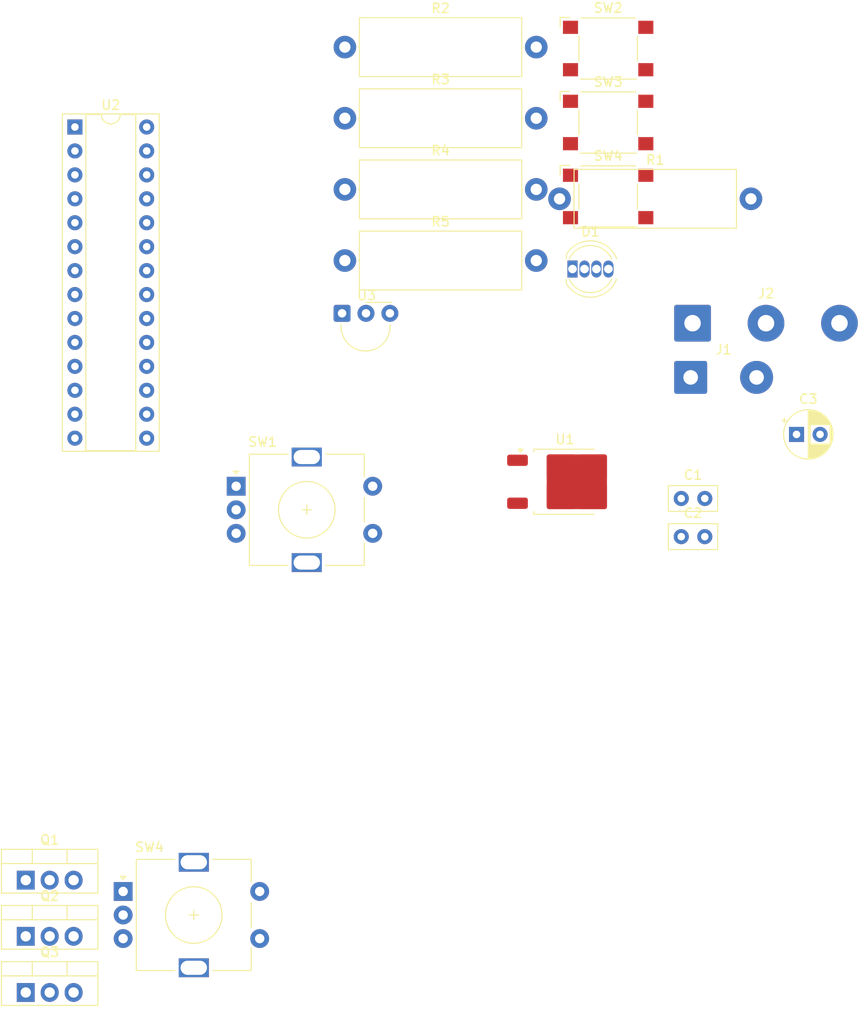
<source format=kicad_pcb>
(kicad_pcb (version 20240108) (generator "pcbnew") (generator_version "8.0")
  (layers (0 "F.Cu" signal) (31 "B.Cu" signal) (34 "B.Paste" user) (35 "F.Paste" user) (36 "B.SilkS" user "B.Silkscreen") (37 "F.SilkS" user "F.Silkscreen") (38 "B.Mask" user) (39 "F.Mask" user) (44 "Edge.Cuts" user))
  (net 0 "")
  (net 1 "+12V")
  (net 2 "GND")
  (net 3 "+5V")
  (net 4 "Net-(J2-Pin_2)")
  (net 5 "Net-(J2-Pin_3)")
  (net 6 "Net-(J2-Pin_1)")
  (net 7 "Net-(U2-~{RESET}{slash}PC6)")
  (net 18 "Net-(U2-XTAL1{slash}PB6)")
  (net 21 "Net-(U2-XTAL2{slash}PB7)")
  (net 37 "Net-(R2-Pad2)")
  (net 41 "Net-(R3-Pad1)")
  (net 42 "Net-(U2-PC0)")
  (net 43 "Net-(Q1-G)")
  (net 44 "Net-(Q2-G)")
  (net 45 "Net-(Q3-G)")
  (footprint "Resistor_THT:R_Axial_DIN0617_L17.0mm_D6.0mm_P20.32mm_Horizontal" (layer "F.Cu") (at 91.045 58.95)
    (property "Reference" "R3" (at 10.16 -4.12 0) (layer "F.SilkS"))
    (property "Value" "10k")
    (fp_line (start 1.44 0) (end 1.54 0) (stroke (width 0.12)) (layer "F.SilkS"))
    (fp_line (start 1.54 -3.12) (end 1.54 3.12) (stroke (width 0.12)) (layer "F.SilkS"))
    (fp_line (start 1.54 3.12) (end 18.78 3.12) (stroke (width 0.12)) (layer "F.SilkS"))
    (fp_line (start 18.78 -3.12) (end 1.54 -3.12) (stroke (width 0.12)) (layer "F.SilkS"))
    (fp_line (start 18.78 3.12) (end 18.78 -3.12) (stroke (width 0.12)) (layer "F.SilkS"))
    (fp_line (start 18.88 0) (end 18.78 0) (stroke (width 0.12)) (layer "F.SilkS"))
    (pad "1" thru_hole circle (at 0 0) (size 2.4 2.4) (drill 1.2) (layers "*.Cu" "*.Mask") (net 42 "Net-(U2-PC0)"))
    (pad "2" thru_hole oval (at 20.32 0) (size 2.4 2.4) (drill 1.2) (layers "*.Cu" "*.Mask") (net 2 "GND"))
  )
  (footprint "Package_TO_SOT_THT:TO-220-3_Vertical" (layer "F.Cu") (at 57.16 139.8)
    (property "Reference" "Q1" (at 2.54 -4.27 0) (layer "F.SilkS"))
    (property "Value" "IRF740")
    (fp_line (start -2.58 -3.27) (end -2.58 1.371) (stroke (width 0.12)) (layer "F.SilkS"))
    (fp_line (start -2.58 -3.27) (end 7.66 -3.27) (stroke (width 0.12)) (layer "F.SilkS"))
    (fp_line (start -2.58 -1.76) (end 7.66 -1.76) (stroke (width 0.12)) (layer "F.SilkS"))
    (fp_line (start -2.58 1.371) (end 7.66 1.371) (stroke (width 0.12)) (layer "F.SilkS"))
    (fp_line (start 0.69 -3.27) (end 0.69 -1.76) (stroke (width 0.12)) (layer "F.SilkS"))
    (fp_line (start 4.391 -3.27) (end 4.391 -1.76) (stroke (width 0.12)) (layer "F.SilkS"))
    (fp_line (start 7.66 -3.27) (end 7.66 1.371) (stroke (width 0.12)) (layer "F.SilkS"))
    (pad "1" thru_hole rect (at 0 0) (size 1.905 2) (drill 1.1) (layers "*.Cu" "*.Mask") (net 43 "Net-(Q1-G)"))
    (pad "2" thru_hole oval (at 2.54 0) (size 1.905 2) (drill 1.1) (layers "*.Cu" "*.Mask") (net 5 "Net-(J2-Pin_3)"))
    (pad "3" thru_hole oval (at 5.08 0) (size 1.905 2) (drill 1.1) (layers "*.Cu" "*.Mask") (net 2 "GND"))
  )
  (footprint "Capacitor_THT:C_Disc_D5.0mm_W2.5mm_P2.50mm" (layer "F.Cu") (at 126.760225 103.35)
    (property "Reference" "C2" (at 1.25 -2.5 0) (layer "F.SilkS"))
    (property "Value" "0.1uF")
    (fp_line (start -1.37 -1.37) (end -1.37 1.37) (stroke (width 0.12)) (layer "F.SilkS"))
    (fp_line (start -1.37 -1.37) (end 3.87 -1.37) (stroke (width 0.12)) (layer "F.SilkS"))
    (fp_line (start -1.37 1.37) (end 3.87 1.37) (stroke (width 0.12)) (layer "F.SilkS"))
    (fp_line (start 3.87 -1.37) (end 3.87 1.37) (stroke (width 0.12)) (layer "F.SilkS"))
    (pad "1" thru_hole circle (at 0 0) (size 1.6 1.6) (drill 0.8) (layers "*.Cu" "*.Mask") (net 3 "+5V"))
    (pad "2" thru_hole circle (at 2.5 0) (size 1.6 1.6) (drill 0.8) (layers "*.Cu" "*.Mask") (net 2 "GND"))
  )
  (footprint "Capacitor_THT:C_Disc_D5.0mm_W2.5mm_P2.50mm" (layer "F.Cu") (at 126.760225 99.3)
    (property "Reference" "C1" (at 1.25 -2.5 0) (layer "F.SilkS"))
    (property "Value" "0.33uF")
    (fp_line (start -1.37 -1.37) (end -1.37 1.37) (stroke (width 0.12)) (layer "F.SilkS"))
    (fp_line (start -1.37 -1.37) (end 3.87 -1.37) (stroke (width 0.12)) (layer "F.SilkS"))
    (fp_line (start -1.37 1.37) (end 3.87 1.37) (stroke (width 0.12)) (layer "F.SilkS"))
    (fp_line (start 3.87 -1.37) (end 3.87 1.37) (stroke (width 0.12)) (layer "F.SilkS"))
    (pad "1" thru_hole circle (at 0 0) (size 1.6 1.6) (drill 0.8) (layers "*.Cu" "*.Mask") (net 1 "+12V"))
    (pad "2" thru_hole circle (at 2.5 0) (size 1.6 1.6) (drill 0.8) (layers "*.Cu" "*.Mask") (net 2 "GND"))
  )
  (footprint "Package_TO_SOT_THT:TO-220-3_Vertical" (layer "F.Cu") (at 57.16 145.76)
    (property "Reference" "Q2" (at 2.54 -4.27 0) (layer "F.SilkS"))
    (property "Value" "IRF740")
    (fp_line (start -2.58 -3.27) (end -2.58 1.371) (stroke (width 0.12)) (layer "F.SilkS"))
    (fp_line (start -2.58 -3.27) (end 7.66 -3.27) (stroke (width 0.12)) (layer "F.SilkS"))
    (fp_line (start -2.58 -1.76) (end 7.66 -1.76) (stroke (width 0.12)) (layer "F.SilkS"))
    (fp_line (start -2.58 1.371) (end 7.66 1.371) (stroke (width 0.12)) (layer "F.SilkS"))
    (fp_line (start 0.69 -3.27) (end 0.69 -1.76) (stroke (width 0.12)) (layer "F.SilkS"))
    (fp_line (start 4.391 -3.27) (end 4.391 -1.76) (stroke (width 0.12)) (layer "F.SilkS"))
    (fp_line (start 7.66 -3.27) (end 7.66 1.371) (stroke (width 0.12)) (layer "F.SilkS"))
    (pad "1" thru_hole rect (at 0 0) (size 1.905 2) (drill 1.1) (layers "*.Cu" "*.Mask") (net 44 "Net-(Q2-G)"))
    (pad "2" thru_hole oval (at 2.54 0) (size 1.905 2) (drill 1.1) (layers "*.Cu" "*.Mask") (net 4 "Net-(J2-Pin_2)"))
    (pad "3" thru_hole oval (at 5.08 0) (size 1.905 2) (drill 1.1) (layers "*.Cu" "*.Mask") (net 2 "GND"))
  )
  (footprint "Button_Switch_SMD:SW_SPST_Omron_B3FS-100xP" (layer "F.Cu") (at 119 67.25)
    (property "Reference" "SW4" (at 0 -4.3 0) (layer "F.SilkS"))
    (property "Value" "SW_Omron_B3FS")
    (fp_line (start -5.1 -3.3) (end -4.1 -3.3) (stroke (width 0.12)) (layer "F.SilkS"))
    (fp_line (start -5.1 -2.3) (end -5.1 -3.3) (stroke (width 0.12)) (layer "F.SilkS"))
    (fp_line (start -3.1 -1.3) (end -3.1 1.3) (stroke (width 0.12)) (layer "F.SilkS"))
    (fp_line (start 2.9 -3.25) (end -2.9 -3.25) (stroke (width 0.12)) (layer "F.SilkS"))
    (fp_line (start 3 3.25) (end -3 3.25) (stroke (width 0.12)) (layer "F.SilkS"))
    (fp_line (start 3.1 -1.3) (end 3.1 1.3) (stroke (width 0.12)) (layer "F.SilkS"))
    (pad "1" smd rect (at -4 -2.25 180) (size 1.6 1.4) (layers "F.Cu" "F.Paste" "F.Mask") (net 3 "+5V"))
    (pad "1" smd rect (at 4 -2.25 180) (size 1.6 1.4) (layers "F.Cu" "F.Paste" "F.Mask") (net 3 "+5V"))
    (pad "2" smd rect (at -4 2.25 180) (size 1.6 1.4) (layers "F.Cu" "F.Paste" "F.Mask") (net 41 "Net-(R3-Pad1)"))
    (pad "2" smd rect (at 4 2.25 180) (size 1.6 1.4) (layers "F.Cu" "F.Paste" "F.Mask") (net 41 "Net-(R3-Pad1)"))
  )
  (footprint "Resistor_THT:R_Axial_DIN0617_L17.0mm_D6.0mm_P20.32mm_Horizontal" (layer "F.Cu") (at 113.84 67.5)
    (property "Reference" "R1" (at 10.16 -4.12 0) (layer "F.SilkS"))
    (property "Value" "10k")
    (fp_line (start 1.44 0) (end 1.54 0) (stroke (width 0.12)) (layer "F.SilkS"))
    (fp_line (start 1.54 -3.12) (end 1.54 3.12) (stroke (width 0.12)) (layer "F.SilkS"))
    (fp_line (start 1.54 3.12) (end 18.78 3.12) (stroke (width 0.12)) (layer "F.SilkS"))
    (fp_line (start 18.78 -3.12) (end 1.54 -3.12) (stroke (width 0.12)) (layer "F.SilkS"))
    (fp_line (start 18.78 3.12) (end 18.78 -3.12) (stroke (width 0.12)) (layer "F.SilkS"))
    (fp_line (start 18.88 0) (end 18.78 0) (stroke (width 0.12)) (layer "F.SilkS"))
    (pad "1" thru_hole circle (at 0 0) (size 2.4 2.4) (drill 1.2) (layers "*.Cu" "*.Mask") (net 3 "+5V"))
    (pad "2" thru_hole oval (at 20.32 0) (size 2.4 2.4) (drill 1.2) (layers "*.Cu" "*.Mask") (net 7 "Net-(U2-~{RESET}{slash}PC6)"))
  )
  (footprint "OptoDevice:Vishay_MINIMOLD-3Pin" (layer "F.Cu") (at 90.745 79.65)
    (property "Reference" "U3" (at 2.6 -1.9 180) (layer "F.SilkS"))
    (property "Value" "TSOP21xx")
    (fp_line (start -0.1 1.4) (end -0.1 1.2) (stroke (width 0.12)) (layer "F.SilkS"))
    (fp_line (start 5.1 1.4) (end 5.1 1.2) (stroke (width 0.12)) (layer "F.SilkS"))
    (fp_line (start 5.3 -1.16) (end 2.54 -1.16) (stroke (width 0.12)) (layer "F.SilkS"))
    (fp_arc (start 5.1 1.4) (mid 2.5 4) (end -0.1 1.4) (stroke (width 0.12)) (layer "F.SilkS"))
    (pad "1" thru_hole roundrect (at 0 0) (size 1.8 1.8) (drill 0.9) (layers "*.Cu" "*.Mask") (roundrect_rratio 0.139))
    (pad "2" thru_hole circle (at 2.54 0) (size 1.8 1.8) (drill 0.9) (layers "*.Cu" "*.Mask"))
    (pad "3" thru_hole circle (at 5.08 0) (size 1.8 1.8) (drill 0.9) (layers "*.Cu" "*.Mask"))
  )
  (footprint "Rotary_Encoder:RotaryEncoder_Alps_EC11E-Switch_Vertical_H20mm" (layer "F.Cu") (at 67.5 141)
    (property "Reference" "SW4" (at 2.8 -4.7 0) (layer "F.SilkS"))
    (property "Value" "RotaryEncoder_Switch_MP")
    (fp_line (start -0.3 -1.6) (end 0.3 -1.6) (stroke (width 0.12)) (layer "F.SilkS"))
    (fp_line (start 0 -1.3) (end -0.3 -1.6) (stroke (width 0.12)) (layer "F.SilkS"))
    (fp_line (start 0.3 -1.6) (end 0 -1.3) (stroke (width 0.12)) (layer "F.SilkS"))
    (fp_line (start 1.4 -3.4) (end 1.4 8.4) (stroke (width 0.12)) (layer "F.SilkS"))
    (fp_line (start 5.5 -3.4) (end 1.4 -3.4) (stroke (width 0.12)) (layer "F.SilkS"))
    (fp_line (start 5.5 8.4) (end 1.4 8.4) (stroke (width 0.12)) (layer "F.SilkS"))
    (fp_line (start 7 2.5) (end 8 2.5) (stroke (width 0.12)) (layer "F.SilkS"))
    (fp_line (start 7.5 2) (end 7.5 3) (stroke (width 0.12)) (layer "F.SilkS"))
    (fp_line (start 9.5 -3.4) (end 13.6 -3.4) (stroke (width 0.12)) (layer "F.SilkS"))
    (fp_line (start 13.6 -3.4) (end 13.6 -1) (stroke (width 0.12)) (layer "F.SilkS"))
    (fp_line (start 13.6 1.2) (end 13.6 3.8) (stroke (width 0.12)) (layer "F.SilkS"))
    (fp_line (start 13.6 6) (end 13.6 8.4) (stroke (width 0.12)) (layer "F.SilkS"))
    (fp_line (start 13.6 8.4) (end 9.5 8.4) (stroke (width 0.12)) (layer "F.SilkS"))
    (fp_circle (center 7.5 2.5) (end 10.5 2.5) (stroke (width 0.12)) (fill none) (layer "F.SilkS"))
    (pad "A" thru_hole rect (at 0 0) (size 2 2) (drill 1) (layers "*.Cu" "*.Mask"))
    (pad "B" thru_hole circle (at 0 5) (size 2 2) (drill 1) (layers "*.Cu" "*.Mask"))
    (pad "C" thru_hole circle (at 0 2.5) (size 2 2) (drill 1) (layers "*.Cu" "*.Mask"))
    (pad "MP" thru_hole rect (at 7.5 -3.1) (size 3.2 2) (drill oval 2.8 1.5) (layers "*.Cu" "*.Mask"))
    (pad "MP" thru_hole rect (at 7.5 8.1) (size 3.2 2) (drill oval 2.8 1.5) (layers "*.Cu" "*.Mask"))
    (pad "S1" thru_hole circle (at 14.5 5) (size 2 2) (drill 1) (layers "*.Cu" "*.Mask"))
    (pad "S2" thru_hole circle (at 14.5 0) (size 2 2) (drill 1) (layers "*.Cu" "*.Mask"))
  )
  (footprint "Resistor_THT:R_Axial_DIN0617_L17.0mm_D6.0mm_P20.32mm_Horizontal" (layer "F.Cu") (at 91.045 51.4)
    (property "Reference" "R2" (at 10.16 -4.12 0) (layer "F.SilkS"))
    (property "Value" "10k")
    (fp_line (start 1.44 0) (end 1.54 0) (stroke (width 0.12)) (layer "F.SilkS"))
    (fp_line (start 1.54 -3.12) (end 1.54 3.12) (stroke (width 0.12)) (layer "F.SilkS"))
    (fp_line (start 1.54 3.12) (end 18.78 3.12) (stroke (width 0.12)) (layer "F.SilkS"))
    (fp_line (start 18.78 -3.12) (end 1.54 -3.12) (stroke (width 0.12)) (layer "F.SilkS"))
    (fp_line (start 18.78 3.12) (end 18.78 -3.12) (stroke (width 0.12)) (layer "F.SilkS"))
    (fp_line (start 18.88 0) (end 18.78 0) (stroke (width 0.12)) (layer "F.SilkS"))
    (pad "1" thru_hole circle (at 0 0) (size 2.4 2.4) (drill 1.2) (layers "*.Cu" "*.Mask") (net 3 "+5V"))
    (pad "2" thru_hole oval (at 20.32 0) (size 2.4 2.4) (drill 1.2) (layers "*.Cu" "*.Mask") (net 37 "Net-(R2-Pad2)"))
  )
  (footprint "Button_Switch_SMD:SW_SPST_Omron_B3FS-100xP" (layer "F.Cu") (at 119 51.55)
    (property "Reference" "SW2" (at 0 -4.3 0) (layer "F.SilkS"))
    (property "Value" "SW_Omron_B3FS")
    (fp_line (start -5.1 -3.3) (end -4.1 -3.3) (stroke (width 0.12)) (layer "F.SilkS"))
    (fp_line (start -5.1 -2.3) (end -5.1 -3.3) (stroke (width 0.12)) (layer "F.SilkS"))
    (fp_line (start -3.1 -1.3) (end -3.1 1.3) (stroke (width 0.12)) (layer "F.SilkS"))
    (fp_line (start 2.9 -3.25) (end -2.9 -3.25) (stroke (width 0.12)) (layer "F.SilkS"))
    (fp_line (start 3 3.25) (end -3 3.25) (stroke (width 0.12)) (layer "F.SilkS"))
    (fp_line (start 3.1 -1.3) (end 3.1 1.3) (stroke (width 0.12)) (layer "F.SilkS"))
    (pad "1" smd rect (at -4 -2.25 180) (size 1.6 1.4) (layers "F.Cu" "F.Paste" "F.Mask") (net 3 "+5V"))
    (pad "1" smd rect (at 4 -2.25 180) (size 1.6 1.4) (layers "F.Cu" "F.Paste" "F.Mask") (net 3 "+5V"))
    (pad "2" smd rect (at -4 2.25 180) (size 1.6 1.4) (layers "F.Cu" "F.Paste" "F.Mask") (net 42 "Net-(U2-PC0)"))
    (pad "2" smd rect (at 4 2.25 180) (size 1.6 1.4) (layers "F.Cu" "F.Paste" "F.Mask") (net 42 "Net-(U2-PC0)"))
  )
  (footprint "Resistor_THT:R_Axial_DIN0617_L17.0mm_D6.0mm_P20.32mm_Horizontal" (layer "F.Cu") (at 91.045 66.5)
    (property "Reference" "R4" (at 10.16 -4.12 0) (layer "F.SilkS"))
    (property "Value" "6,8k")
    (fp_line (start 1.44 0) (end 1.54 0) (stroke (width 0.12)) (layer "F.SilkS"))
    (fp_line (start 1.54 -3.12) (end 1.54 3.12) (stroke (width 0.12)) (layer "F.SilkS"))
    (fp_line (start 1.54 3.12) (end 18.78 3.12) (stroke (width 0.12)) (layer "F.SilkS"))
    (fp_line (start 18.78 -3.12) (end 1.54 -3.12) (stroke (width 0.12)) (layer "F.SilkS"))
    (fp_line (start 18.78 3.12) (end 18.78 -3.12) (stroke (width 0.12)) (layer "F.SilkS"))
    (fp_line (start 18.88 0) (end 18.78 0) (stroke (width 0.12)) (layer "F.SilkS"))
    (pad "1" thru_hole circle (at 0 0) (size 2.4 2.4) (drill 1.2) (layers "*.Cu" "*.Mask") (net 3 "+5V"))
    (pad "2" thru_hole oval (at 20.32 0) (size 2.4 2.4) (drill 1.2) (layers "*.Cu" "*.Mask") (net 42 "Net-(U2-PC0)"))
  )
  (footprint "Resistor_THT:R_Axial_DIN0617_L17.0mm_D6.0mm_P20.32mm_Horizontal" (layer "F.Cu") (at 91.045 74.05)
    (property "Reference" "R5" (at 10.16 -4.12 0) (layer "F.SilkS"))
    (property "Value" "39k")
    (fp_line (start 1.44 0) (end 1.54 0) (stroke (width 0.12)) (layer "F.SilkS"))
    (fp_line (start 1.54 -3.12) (end 1.54 3.12) (stroke (width 0.12)) (layer "F.SilkS"))
    (fp_line (start 1.54 3.12) (end 18.78 3.12) (stroke (width 0.12)) (layer "F.SilkS"))
    (fp_line (start 18.78 -3.12) (end 1.54 -3.12) (stroke (width 0.12)) (layer "F.SilkS"))
    (fp_line (start 18.78 3.12) (end 18.78 -3.12) (stroke (width 0.12)) (layer "F.SilkS"))
    (fp_line (start 18.88 0) (end 18.78 0) (stroke (width 0.12)) (layer "F.SilkS"))
    (pad "1" thru_hole circle (at 0 0) (size 2.4 2.4) (drill 1.2) (layers "*.Cu" "*.Mask") (net 3 "+5V"))
    (pad "2" thru_hole oval (at 20.32 0) (size 2.4 2.4) (drill 1.2) (layers "*.Cu" "*.Mask") (net 41 "Net-(R3-Pad1)"))
  )
  (footprint "Button_Switch_SMD:SW_SPST_Omron_B3FS-100xP" (layer "F.Cu") (at 119 59.4)
    (property "Reference" "SW3" (at 0 -4.3 0) (layer "F.SilkS"))
    (property "Value" "SW_Omron_B3FS")
    (fp_line (start -5.1 -3.3) (end -4.1 -3.3) (stroke (width 0.12)) (layer "F.SilkS"))
    (fp_line (start -5.1 -2.3) (end -5.1 -3.3) (stroke (width 0.12)) (layer "F.SilkS"))
    (fp_line (start -3.1 -1.3) (end -3.1 1.3) (stroke (width 0.12)) (layer "F.SilkS"))
    (fp_line (start 2.9 -3.25) (end -2.9 -3.25) (stroke (width 0.12)) (layer "F.SilkS"))
    (fp_line (start 3 3.25) (end -3 3.25) (stroke (width 0.12)) (layer "F.SilkS"))
    (fp_line (start 3.1 -1.3) (end 3.1 1.3) (stroke (width 0.12)) (layer "F.SilkS"))
    (pad "1" smd rect (at -4 -2.25 180) (size 1.6 1.4) (layers "F.Cu" "F.Paste" "F.Mask") (net 3 "+5V"))
    (pad "1" smd rect (at 4 -2.25 180) (size 1.6 1.4) (layers "F.Cu" "F.Paste" "F.Mask") (net 3 "+5V"))
    (pad "2" smd rect (at -4 2.25 180) (size 1.6 1.4) (layers "F.Cu" "F.Paste" "F.Mask") (net 42 "Net-(U2-PC0)"))
    (pad "2" smd rect (at 4 2.25 180) (size 1.6 1.4) (layers "F.Cu" "F.Paste" "F.Mask") (net 42 "Net-(U2-PC0)"))
  )
  (footprint "Package_TO_SOT_SMD:TO-252-2" (layer "F.Cu") (at 114.415 97.525)
    (property "Reference" "U1" (at 0 -4.5 0) (layer "F.SilkS"))
    (property "Value" "LM78M05_TO252")
    (fp_line (start -3.31 -3.45) (end -3.31 -3.18) (stroke (width 0.12)) (layer "F.SilkS"))
    (fp_line (start -3.31 3.45) (end -3.31 3.18) (stroke (width 0.12)) (layer "F.SilkS"))
    (fp_line (start 3.11 -3.45) (end -3.31 -3.45) (stroke (width 0.12)) (layer "F.SilkS"))
    (fp_line (start 3.11 3.45) (end -3.31 3.45) (stroke (width 0.12)) (layer "F.SilkS"))
    (fp_poly (pts (xy -4.73 -3.14) (xy -4.97 -3.47) (xy -4.49 -3.47) (xy -4.73 -3.14)) (stroke (width 0.12)) (fill solid) (layer "F.SilkS"))
    (pad "1" smd roundrect (at -5.04 -2.28) (size 2.2 1.2) (layers "F.Cu" "F.Paste" "F.Mask") (roundrect_rratio 0.208333) (net 1 "+12V"))
    (pad "2" smd roundrect (at -0.415 -1.525) (size 3.05 2.75) (layers "F.Cu" "F.Paste") (roundrect_rratio 0.090909) (net 2 "GND"))
    (pad "2" smd roundrect (at -0.415 1.525) (size 3.05 2.75) (layers "F.Cu" "F.Paste") (roundrect_rratio 0.090909) (net 2 "GND"))
    (pad "2" smd roundrect (at 1.26 0) (size 6.4 5.8) (layers "F.Cu" "F.Mask") (roundrect_rratio 0.043103) (net 2 "GND"))
    (pad "2" smd roundrect (at 2.935 -1.525) (size 3.05 2.75) (layers "F.Cu" "F.Paste") (roundrect_rratio 0.090909) (net 2 "GND"))
    (pad "2" smd roundrect (at 2.935 1.525) (size 3.05 2.75) (layers "F.Cu" "F.Paste") (roundrect_rratio 0.090909) (net 2 "GND"))
    (pad "3" smd roundrect (at -5.04 2.28) (size 2.2 1.2) (layers "F.Cu" "F.Paste" "F.Mask") (roundrect_rratio 0.208333) (net 3 "+5V"))
  )
  (footprint "Connector_Wire:SolderWire-0.75sqmm_1x02_P7mm_D1.25mm_OD3.5mm" (layer "F.Cu") (at 127.760225 86.45)
    (property "Reference" "J1" (at 3.5 -2.95 0) (layer "F.SilkS"))
    (property "Value" "Conn_01x02")
    (pad "1" thru_hole roundrect (at 0 0) (size 3.5 3.5) (drill 1.55) (layers "*.Cu" "*.Mask") (roundrect_rratio 0.071429) (net 2 "GND"))
    (pad "2" thru_hole circle (at 7 0) (size 3.5 3.5) (drill 1.55) (layers "*.Cu" "*.Mask") (net 1 "+12V"))
  )
  (footprint "Rotary_Encoder:RotaryEncoder_Alps_EC11E-Switch_Vertical_H20mm" (layer "F.Cu") (at 79.5 98)
    (property "Reference" "SW1" (at 2.8 -4.7 0) (layer "F.SilkS"))
    (property "Value" "RotaryEncoder_Switch_MP")
    (fp_line (start -0.3 -1.6) (end 0.3 -1.6) (stroke (width 0.12)) (layer "F.SilkS"))
    (fp_line (start 0 -1.3) (end -0.3 -1.6) (stroke (width 0.12)) (layer "F.SilkS"))
    (fp_line (start 0.3 -1.6) (end 0 -1.3) (stroke (width 0.12)) (layer "F.SilkS"))
    (fp_line (start 1.4 -3.4) (end 1.4 8.4) (stroke (width 0.12)) (layer "F.SilkS"))
    (fp_line (start 5.5 -3.4) (end 1.4 -3.4) (stroke (width 0.12)) (layer "F.SilkS"))
    (fp_line (start 5.5 8.4) (end 1.4 8.4) (stroke (width 0.12)) (layer "F.SilkS"))
    (fp_line (start 7 2.5) (end 8 2.5) (stroke (width 0.12)) (layer "F.SilkS"))
    (fp_line (start 7.5 2) (end 7.5 3) (stroke (width 0.12)) (layer "F.SilkS"))
    (fp_line (start 9.5 -3.4) (end 13.6 -3.4) (stroke (width 0.12)) (layer "F.SilkS"))
    (fp_line (start 13.6 -3.4) (end 13.6 -1) (stroke (width 0.12)) (layer "F.SilkS"))
    (fp_line (start 13.6 1.2) (end 13.6 3.8) (stroke (width 0.12)) (layer "F.SilkS"))
    (fp_line (start 13.6 6) (end 13.6 8.4) (stroke (width 0.12)) (layer "F.SilkS"))
    (fp_line (start 13.6 8.4) (end 9.5 8.4) (stroke (width 0.12)) (layer "F.SilkS"))
    (fp_circle (center 7.5 2.5) (end 10.5 2.5) (stroke (width 0.12)) (fill none) (layer "F.SilkS"))
    (pad "A" thru_hole rect (at 0 0) (size 2 2) (drill 1) (layers "*.Cu" "*.Mask"))
    (pad "B" thru_hole circle (at 0 5) (size 2 2) (drill 1) (layers "*.Cu" "*.Mask"))
    (pad "C" thru_hole circle (at 0 2.5) (size 2 2) (drill 1) (layers "*.Cu" "*.Mask"))
    (pad "MP" thru_hole rect (at 7.5 -3.1) (size 3.2 2) (drill oval 2.8 1.5) (layers "*.Cu" "*.Mask"))
    (pad "MP" thru_hole rect (at 7.5 8.1) (size 3.2 2) (drill oval 2.8 1.5) (layers "*.Cu" "*.Mask"))
    (pad "S1" thru_hole circle (at 14.5 5) (size 2 2) (drill 1) (layers "*.Cu" "*.Mask"))
    (pad "S2" thru_hole circle (at 14.5 0) (size 2 2) (drill 1) (layers "*.Cu" "*.Mask"))
  )
  (footprint "Package_DIP:DIP-28_W7.62mm_Socket" (layer "F.Cu") (at 62.38 59.88)
    (property "Reference" "U2" (at 3.81 -2.33 0) (layer "F.SilkS"))
    (property "Value" "ATmega328-P")
    (fp_line (start -1.33 -1.39) (end -1.33 34.41) (stroke (width 0.12)) (layer "F.SilkS"))
    (fp_line (start -1.33 34.41) (end 8.95 34.41) (stroke (width 0.12)) (layer "F.SilkS"))
    (fp_line (start 1.16 -1.33) (end 1.16 34.35) (stroke (width 0.12)) (layer "F.SilkS"))
    (fp_line (start 1.16 34.35) (end 6.46 34.35) (stroke (width 0.12)) (layer "F.SilkS"))
    (fp_line (start 2.81 -1.33) (end 1.16 -1.33) (stroke (width 0.12)) (layer "F.SilkS"))
    (fp_line (start 6.46 -1.33) (end 4.81 -1.33) (stroke (width 0.12)) (layer "F.SilkS"))
    (fp_line (start 6.46 34.35) (end 6.46 -1.33) (stroke (width 0.12)) (layer "F.SilkS"))
    (fp_line (start 8.95 -1.39) (end -1.33 -1.39) (stroke (width 0.12)) (layer "F.SilkS"))
    (fp_line (start 8.95 34.41) (end 8.95 -1.39) (stroke (width 0.12)) (layer "F.SilkS"))
    (fp_arc (start 4.81 -1.33) (mid 3.81 -0.33) (end 2.81 -1.33) (stroke (width 0.12)) (layer "F.SilkS"))
    (pad "1" thru_hole rect (at 0 0) (size 1.6 1.6) (drill 0.8) (layers "*.Cu" "*.Mask") (net 7 "Net-(U2-~{RESET}{slash}PC6)"))
    (pad "2" thru_hole oval (at 0 2.54) (size 1.6 1.6) (drill 0.8) (layers "*.Cu" "*.Mask"))
    (pad "3" thru_hole oval (at 0 5.08) (size 1.6 1.6) (drill 0.8) (layers "*.Cu" "*.Mask"))
    (pad "4" thru_hole oval (at 0 7.62) (size 1.6 1.6) (drill 0.8) (layers "*.Cu" "*.Mask"))
    (pad "5" thru_hole oval (at 0 10.16) (size 1.6 1.6) (drill 0.8) (layers "*.Cu" "*.Mask"))
    (pad "6" thru_hole oval (at 0 12.7) (size 1.6 1.6) (drill 0.8) (layers "*.Cu" "*.Mask"))
    (pad "7" thru_hole oval (at 0 15.24) (size 1.6 1.6) (drill 0.8) (layers "*.Cu" "*.Mask") (net 3 "+5V"))
    (pad "8" thru_hole oval (at 0 17.78) (size 1.6 1.6) (drill 0.8) (layers "*.Cu" "*.Mask") (net 2 "GND"))
    (pad "9" thru_hole oval (at 0 20.32) (size 1.6 1.6) (drill 0.8) (layers "*.Cu" "*.Mask") (net 18 "Net-(U2-XTAL1{slash}PB6)"))
    (pad "10" thru_hole oval (at 0 22.86) (size 1.6 1.6) (drill 0.8) (layers "*.Cu" "*.Mask") (net 21 "Net-(U2-XTAL2{slash}PB7)"))
    (pad "11" thru_hole oval (at 0 25.4) (size 1.6 1.6) (drill 0.8) (layers "*.Cu" "*.Mask"))
    (pad "12" thru_hole oval (at 0 27.94) (size 1.6 1.6) (drill 0.8) (layers "*.Cu" "*.Mask"))
    (pad "13" thru_hole oval (at 0 30.48) (size 1.6 1.6) (drill 0.8) (layers "*.Cu" "*.Mask"))
    (pad "14" thru_hole oval (at 0 33.02) (size 1.6 1.6) (drill 0.8) (layers "*.Cu" "*.Mask"))
    (pad "15" thru_hole oval (at 7.62 33.02) (size 1.6 1.6) (drill 0.8) (layers "*.Cu" "*.Mask") (net 43 "Net-(Q1-G)"))
    (pad "16" thru_hole oval (at 7.62 30.48) (size 1.6 1.6) (drill 0.8) (layers "*.Cu" "*.Mask") (net 44 "Net-(Q2-G)"))
    (pad "17" thru_hole oval (at 7.62 27.94) (size 1.6 1.6) (drill 0.8) (layers "*.Cu" "*.Mask") (net 45 "Net-(Q3-G)"))
    (pad "18" thru_hole oval (at 7.62 25.4) (size 1.6 1.6) (drill 0.8) (layers "*.Cu" "*.Mask"))
    (pad "19" thru_hole oval (at 7.62 22.86) (size 1.6 1.6) (drill 0.8) (layers "*.Cu" "*.Mask"))
    (pad "20" thru_hole oval (at 7.62 20.32) (size 1.6 1.6) (drill 0.8) (layers "*.Cu" "*.Mask") (net 3 "+5V"))
    (pad "21" thru_hole oval (at 7.62 17.78) (size 1.6 1.6) (drill 0.8) (layers "*.Cu" "*.Mask"))
    (pad "22" thru_hole oval (at 7.62 15.24) (size 1.6 1.6) (drill 0.8) (layers "*.Cu" "*.Mask") (net 2 "GND"))
    (pad "23" thru_hole oval (at 7.62 12.7) (size 1.6 1.6) (drill 0.8) (layers "*.Cu" "*.Mask") (net 42 "Net-(U2-PC0)"))
    (pad "24" thru_hole oval (at 7.62 10.16) (size 1.6 1.6) (drill 0.8) (layers "*.Cu" "*.Mask"))
    (pad "25" thru_hole oval (at 7.62 7.62) (size 1.6 1.6) (drill 0.8) (layers "*.Cu" "*.Mask"))
    (pad "26" thru_hole oval (at 7.62 5.08) (size 1.6 1.6) (drill 0.8) (layers "*.Cu" "*.Mask"))
    (pad "27" thru_hole oval (at 7.62 2.54) (size 1.6 1.6) (drill 0.8) (layers "*.Cu" "*.Mask"))
    (pad "28" thru_hole oval (at 7.62 0) (size 1.6 1.6) (drill 0.8) (layers "*.Cu" "*.Mask"))
  )
  (footprint "Connector_Wire:SolderWire-1sqmm_1x03_P7.8mm_D1.4mm_OD3.9mm" (layer "F.Cu") (at 127.960225 80.7)
    (property "Reference" "J2" (at 7.8 -3.15 0) (layer "F.SilkS"))
    (property "Value" "Conn_01x03_Pin")
    (pad "1" thru_hole roundrect (at 0 0) (size 3.9 3.9) (drill 1.75) (layers "*.Cu" "*.Mask") (roundrect_rratio 0.064103) (net 6 "Net-(J2-Pin_1)"))
    (pad "2" thru_hole circle (at 7.8 0) (size 3.9 3.9) (drill 1.75) (layers "*.Cu" "*.Mask") (net 4 "Net-(J2-Pin_2)"))
    (pad "3" thru_hole circle (at 15.6 0) (size 3.9 3.9) (drill 1.75) (layers "*.Cu" "*.Mask") (net 5 "Net-(J2-Pin_3)"))
  )
  (footprint "LED_THT:LED_D5.0mm-4_RGB" (layer "F.Cu") (at 115.215 74.95)
    (property "Reference" "D1" (at 1.905 -3.96 0) (layer "F.SilkS"))
    (property "Value" "LED_ARGB")
    (fp_line (start -0.655 -1.545) (end -0.655 -1.08) (stroke (width 0.12)) (layer "F.SilkS"))
    (fp_line (start -0.655 1.08) (end -0.655 1.545) (stroke (width 0.12)) (layer "F.SilkS"))
    (fp_arc (start -0.655 -1.54483) (mid 2.163456 -2.978809) (end 4.692815 -1.080827) (stroke (width 0.12)) (layer "F.SilkS"))
    (fp_arc (start -0.349684 -1.08) (mid 1.904762 -2.5) (end 4.159479 -1.080429) (stroke (width 0.12)) (layer "F.SilkS"))
    (fp_arc (start 4.159479 1.080429) (mid 1.904762 2.5) (end -0.349684 1.08) (stroke (width 0.12)) (layer "F.SilkS"))
    (fp_arc (start 4.692815 1.080827) (mid 2.163456 2.978808) (end -0.655 1.54483) (stroke (width 0.12)) (layer "F.SilkS"))
    (pad "1" thru_hole rect (at 0 0) (size 1.07 1.8) (drill 0.9) (layers "*.Cu" "*.Mask"))
    (pad "2" thru_hole oval (at 1.27 0) (size 1.07 1.8) (drill 0.9) (layers "*.Cu" "*.Mask"))
    (pad "3" thru_hole oval (at 2.54 0) (size 1.07 1.8) (drill 0.9) (layers "*.Cu" "*.Mask"))
    (pad "4" thru_hole oval (at 3.81 0) (size 1.07 1.8) (drill 0.9) (layers "*.Cu" "*.Mask"))
  )
  (footprint "Capacitor_THT:CP_Radial_D5.0mm_P2.50mm" (layer "F.Cu") (at 139 92.5)
    (property "Reference" "C3" (at 1.25 -3.75 0) (layer "F.SilkS"))
    (property "Value" "C_Polarized")
    (fp_line (start -1.554775 -1.475) (end -1.054775 -1.475) (stroke (width 0.12)) (layer "F.SilkS"))
    (fp_line (start -1.304775 -1.725) (end -1.304775 -1.225) (stroke (width 0.12)) (layer "F.SilkS"))
    (fp_line (start 1.25 -2.58) (end 1.25 2.58) (stroke (width 0.12)) (layer "F.SilkS"))
    (fp_line (start 1.29 -2.58) (end 1.29 2.58) (stroke (width 0.12)) (layer "F.SilkS"))
    (fp_line (start 1.33 -2.579) (end 1.33 2.579) (stroke (width 0.12)) (layer "F.SilkS"))
    (fp_line (start 1.37 -2.578) (end 1.37 2.578) (stroke (width 0.12)) (layer "F.SilkS"))
    (fp_line (start 1.41 -2.576) (end 1.41 2.576) (stroke (width 0.12)) (layer "F.SilkS"))
    (fp_line (start 1.45 -2.573) (end 1.45 2.573) (stroke (width 0.12)) (layer "F.SilkS"))
    (fp_line (start 1.49 -2.569) (end 1.49 -1.04) (stroke (width 0.12)) (layer "F.SilkS"))
    (fp_line (start 1.49 1.04) (end 1.49 2.569) (stroke (width 0.12)) (layer "F.SilkS"))
    (fp_line (start 1.53 -2.565) (end 1.53 -1.04) (stroke (width 0.12)) (layer "F.SilkS"))
    (fp_line (start 1.53 1.04) (end 1.53 2.565) (stroke (width 0.12)) (layer "F.SilkS"))
    (fp_line (start 1.57 -2.561) (end 1.57 -1.04) (stroke (width 0.12)) (layer "F.SilkS"))
    (fp_line (start 1.57 1.04) (end 1.57 2.561) (stroke (width 0.12)) (layer "F.SilkS"))
    (fp_line (start 1.61 -2.556) (end 1.61 -1.04) (stroke (width 0.12)) (layer "F.SilkS"))
    (fp_line (start 1.61 1.04) (end 1.61 2.556) (stroke (width 0.12)) (layer "F.SilkS"))
    (fp_line (start 1.65 -2.55) (end 1.65 -1.04) (stroke (width 0.12)) (layer "F.SilkS"))
    (fp_line (start 1.65 1.04) (end 1.65 2.55) (stroke (width 0.12)) (layer "F.SilkS"))
    (fp_line (start 1.69 -2.543) (end 1.69 -1.04) (stroke (width 0.12)) (layer "F.SilkS"))
    (fp_line (start 1.69 1.04) (end 1.69 2.543) (stroke (width 0.12)) (layer "F.SilkS"))
    (fp_line (start 1.73 -2.536) (end 1.73 -1.04) (stroke (width 0.12)) (layer "F.SilkS"))
    (fp_line (start 1.73 1.04) (end 1.73 2.536) (stroke (width 0.12)) (layer "F.SilkS"))
    (fp_line (start 1.77 -2.528) (end 1.77 -1.04) (stroke (width 0.12)) (layer "F.SilkS"))
    (fp_line (start 1.77 1.04) (end 1.77 2.528) (stroke (width 0.12)) (layer "F.SilkS"))
    (fp_line (start 1.81 -2.52) (end 1.81 -1.04) (stroke (width 0.12)) (layer "F.SilkS"))
    (fp_line (start 1.81 1.04) (end 1.81 2.52) (stroke (width 0.12)) (layer "F.SilkS"))
    (fp_line (start 1.85 -2.511) (end 1.85 -1.04) (stroke (width 0.12)) (layer "F.SilkS"))
    (fp_line (start 1.85 1.04) (end 1.85 2.511) (stroke (width 0.12)) (layer "F.SilkS"))
    (fp_line (start 1.89 -2.501) (end 1.89 -1.04) (stroke (width 0.12)) (layer "F.SilkS"))
    (fp_line (start 1.89 1.04) (end 1.89 2.501) (stroke (width 0.12)) (layer "F.SilkS"))
    (fp_line (start 1.93 -2.491) (end 1.93 -1.04) (stroke (width 0.12)) (layer "F.SilkS"))
    (fp_line (start 1.93 1.04) (end 1.93 2.491) (stroke (width 0.12)) (layer "F.SilkS"))
    (fp_line (start 1.971 -2.48) (end 1.971 -1.04) (stroke (width 0.12)) (layer "F.SilkS"))
    (fp_line (start 1.971 1.04) (end 1.971 2.48) (stroke (width 0.12)) (layer "F.SilkS"))
    (fp_line (start 2.011 -2.468) (end 2.011 -1.04) (stroke (width 0.12)) (layer "F.SilkS"))
    (fp_line (start 2.011 1.04) (end 2.011 2.468) (stroke (width 0.12)) (layer "F.SilkS"))
    (fp_line (start 2.051 -2.455) (end 2.051 -1.04) (stroke (width 0.12)) (layer "F.SilkS"))
    (fp_line (start 2.051 1.04) (end 2.051 2.455) (stroke (width 0.12)) (layer "F.SilkS"))
    (fp_line (start 2.091 -2.442) (end 2.091 -1.04) (stroke (width 0.12)) (layer "F.SilkS"))
    (fp_line (start 2.091 1.04) (end 2.091 2.442) (stroke (width 0.12)) (layer "F.SilkS"))
    (fp_line (start 2.131 -2.428) (end 2.131 -1.04) (stroke (width 0.12)) (layer "F.SilkS"))
    (fp_line (start 2.131 1.04) (end 2.131 2.428) (stroke (width 0.12)) (layer "F.SilkS"))
    (fp_line (start 2.171 -2.414) (end 2.171 -1.04) (stroke (width 0.12)) (layer "F.SilkS"))
    (fp_line (start 2.171 1.04) (end 2.171 2.414) (stroke (width 0.12)) (layer "F.SilkS"))
    (fp_line (start 2.211 -2.398) (end 2.211 -1.04) (stroke (width 0.12)) (layer "F.SilkS"))
    (fp_line (start 2.211 1.04) (end 2.211 2.398) (stroke (width 0.12)) (layer "F.SilkS"))
    (fp_line (start 2.251 -2.382) (end 2.251 -1.04) (stroke (width 0.12)) (layer "F.SilkS"))
    (fp_line (start 2.251 1.04) (end 2.251 2.382) (stroke (width 0.12)) (layer "F.SilkS"))
    (fp_line (start 2.291 -2.365) (end 2.291 -1.04) (stroke (width 0.12)) (layer "F.SilkS"))
    (fp_line (start 2.291 1.04) (end 2.291 2.365) (stroke (width 0.12)) (layer "F.SilkS"))
    (fp_line (start 2.331 -2.348) (end 2.331 -1.04) (stroke (width 0.12)) (layer "F.SilkS"))
    (fp_line (start 2.331 1.04) (end 2.331 2.348) (stroke (width 0.12)) (layer "F.SilkS"))
    (fp_line (start 2.371 -2.329) (end 2.371 -1.04) (stroke (width 0.12)) (layer "F.SilkS"))
    (fp_line (start 2.371 1.04) (end 2.371 2.329) (stroke (width 0.12)) (layer "F.SilkS"))
    (fp_line (start 2.411 -2.31) (end 2.411 -1.04) (stroke (width 0.12)) (layer "F.SilkS"))
    (fp_line (start 2.411 1.04) (end 2.411 2.31) (stroke (width 0.12)) (layer "F.SilkS"))
    (fp_line (start 2.451 -2.29) (end 2.451 -1.04) (stroke (width 0.12)) (layer "F.SilkS"))
    (fp_line (start 2.451 1.04) (end 2.451 2.29) (stroke (width 0.12)) (layer "F.SilkS"))
    (fp_line (start 2.491 -2.268) (end 2.491 -1.04) (stroke (width 0.12)) (layer "F.SilkS"))
    (fp_line (start 2.491 1.04) (end 2.491 2.268) (stroke (width 0.12)) (layer "F.SilkS"))
    (fp_line (start 2.531 -2.247) (end 2.531 -1.04) (stroke (width 0.12)) (layer "F.SilkS"))
    (fp_line (start 2.531 1.04) (end 2.531 2.247) (stroke (width 0.12)) (layer "F.SilkS"))
    (fp_line (start 2.571 -2.224) (end 2.571 -1.04) (stroke (width 0.12)) (layer "F.SilkS"))
    (fp_line (start 2.571 1.04) (end 2.571 2.224) (stroke (width 0.12)) (layer "F.SilkS"))
    (fp_line (start 2.611 -2.2) (end 2.611 -1.04) (stroke (width 0.12)) (layer "F.SilkS"))
    (fp_line (start 2.611 1.04) (end 2.611 2.2) (stroke (width 0.12)) (layer "F.SilkS"))
    (fp_line (start 2.651 -2.175) (end 2.651 -1.04) (stroke (width 0.12)) (layer "F.SilkS"))
    (fp_line (start 2.651 1.04) (end 2.651 2.175) (stroke (width 0.12)) (layer "F.SilkS"))
    (fp_line (start 2.691 -2.149) (end 2.691 -1.04) (stroke (width 0.12)) (layer "F.SilkS"))
    (fp_line (start 2.691 1.04) (end 2.691 2.149) (stroke (width 0.12)) (layer "F.SilkS"))
    (fp_line (start 2.731 -2.122) (end 2.731 -1.04) (stroke (width 0.12)) (layer "F.SilkS"))
    (fp_line (start 2.731 1.04) (end 2.731 2.122) (stroke (width 0.12)) (layer "F.SilkS"))
    (fp_line (start 2.771 -2.095) (end 2.771 -1.04) (stroke (width 0.12)) (layer "F.SilkS"))
    (fp_line (start 2.771 1.04) (end 2.771 2.095) (stroke (width 0.12)) (layer "F.SilkS"))
    (fp_line (start 2.811 -2.065) (end 2.811 -1.04) (stroke (width 0.12)) (layer "F.SilkS"))
    (fp_line (start 2.811 1.04) (end 2.811 2.065) (stroke (width 0.12)) (layer "F.SilkS"))
    (fp_line (start 2.851 -2.035) (end 2.851 -1.04) (stroke (width 0.12)) (layer "F.SilkS"))
    (fp_line (start 2.851 1.04) (end 2.851 2.035) (stroke (width 0.12)) (layer "F.SilkS"))
    (fp_line (start 2.891 -2.004) (end 2.891 -1.04) (stroke (width 0.12)) (layer "F.SilkS"))
    (fp_line (start 2.891 1.04) (end 2.891 2.004) (stroke (width 0.12)) (layer "F.SilkS"))
    (fp_line (start 2.931 -1.971) (end 2.931 -1.04) (stroke (width 0.12)) (layer "F.SilkS"))
    (fp_line (start 2.931 1.04) (end 2.931 1.971) (stroke (width 0.12)) (layer "F.SilkS"))
    (fp_line (start 2.971 -1.937) (end 2.971 -1.04) (stroke (width 0.12)) (layer "F.SilkS"))
    (fp_line (start 2.971 1.04) (end 2.971 1.937) (stroke (width 0.12)) (layer "F.SilkS"))
    (fp_line (start 3.011 -1.901) (end 3.011 -1.04) (stroke (width 0.12)) (layer "F.SilkS"))
    (fp_line (start 3.011 1.04) (end 3.011 1.901) (stroke (width 0.12)) (layer "F.SilkS"))
    (fp_line (start 3.051 -1.864) (end 3.051 -1.04) (stroke (width 0.12)) (layer "F.SilkS"))
    (fp_line (start 3.051 1.04) (end 3.051 1.864) (stroke (width 0.12)) (layer "F.SilkS"))
    (fp_line (start 3.091 -1.826) (end 3.091 -1.04) (stroke (width 0.12)) (layer "F.SilkS"))
    (fp_line (start 3.091 1.04) (end 3.091 1.826) (stroke (width 0.12)) (layer "F.SilkS"))
    (fp_line (start 3.131 -1.785) (end 3.131 -1.04) (stroke (width 0.12)) (layer "F.SilkS"))
    (fp_line (start 3.131 1.04) (end 3.131 1.785) (stroke (width 0.12)) (layer "F.SilkS"))
    (fp_line (start 3.171 -1.743) (end 3.171 -1.04) (stroke (width 0.12)) (layer "F.SilkS"))
    (fp_line (start 3.171 1.04) (end 3.171 1.743) (stroke (width 0.12)) (layer "F.SilkS"))
    (fp_line (start 3.211 -1.699) (end 3.211 -1.04) (stroke (width 0.12)) (layer "F.SilkS"))
    (fp_line (start 3.211 1.04) (end 3.211 1.699) (stroke (width 0.12)) (layer "F.SilkS"))
    (fp_line (start 3.251 -1.653) (end 3.251 -1.04) (stroke (width 0.12)) (layer "F.SilkS"))
    (fp_line (start 3.251 1.04) (end 3.251 1.653) (stroke (width 0.12)) (layer "F.SilkS"))
    (fp_line (start 3.291 -1.605) (end 3.291 -1.04) (stroke (width 0.12)) (layer "F.SilkS"))
    (fp_line (start 3.291 1.04) (end 3.291 1.605) (stroke (width 0.12)) (layer "F.SilkS"))
    (fp_line (start 3.331 -1.554) (end 3.331 -1.04) (stroke (width 0.12)) (layer "F.SilkS"))
    (fp_line (start 3.331 1.04) (end 3.331 1.554) (stroke (width 0.12)) (layer "F.SilkS"))
    (fp_line (start 3.371 -1.5) (end 3.371 -1.04) (stroke (width 0.12)) (layer "F.SilkS"))
    (fp_line (start 3.371 1.04) (end 3.371 1.5) (stroke (width 0.12)) (layer "F.SilkS"))
    (fp_line (start 3.411 -1.443) (end 3.411 -1.04) (stroke (width 0.12)) (layer "F.SilkS"))
    (fp_line (start 3.411 1.04) (end 3.411 1.443) (stroke (width 0.12)) (layer "F.SilkS"))
    (fp_line (start 3.451 -1.383) (end 3.451 -1.04) (stroke (width 0.12)) (layer "F.SilkS"))
    (fp_line (start 3.451 1.04) (end 3.451 1.383) (stroke (width 0.12)) (layer "F.SilkS"))
    (fp_line (start 3.491 -1.319) (end 3.491 -1.04) (stroke (width 0.12)) (layer "F.SilkS"))
    (fp_line (start 3.491 1.04) (end 3.491 1.319) (stroke (width 0.12)) (layer "F.SilkS"))
    (fp_line (start 3.531 -1.251) (end 3.531 -1.04) (stroke (width 0.12)) (layer "F.SilkS"))
    (fp_line (start 3.531 1.04) (end 3.531 1.251) (stroke (width 0.12)) (layer "F.SilkS"))
    (fp_line (start 3.571 -1.178) (end 3.571 1.178) (stroke (width 0.12)) (layer "F.SilkS"))
    (fp_line (start 3.611 -1.098) (end 3.611 1.098) (stroke (width 0.12)) (layer "F.SilkS"))
    (fp_line (start 3.651 -1.011) (end 3.651 1.011) (stroke (width 0.12)) (layer "F.SilkS"))
    (fp_line (start 3.691 -0.915) (end 3.691 0.915) (stroke (width 0.12)) (layer "F.SilkS"))
    (fp_line (start 3.731 -0.805) (end 3.731 0.805) (stroke (width 0.12)) (layer "F.SilkS"))
    (fp_line (start 3.771 -0.677) (end 3.771 0.677) (stroke (width 0.12)) (layer "F.SilkS"))
    (fp_line (start 3.811 -0.518) (end 3.811 0.518) (stroke (width 0.12)) (layer "F.SilkS"))
    (fp_line (start 3.851 -0.284) (end 3.851 0.284) (stroke (width 0.12)) (layer "F.SilkS"))
    (fp_circle (center 1.25 0) (end 3.87 0) (stroke (width 0.12)) (fill none) (layer "F.SilkS"))
    (pad "1" thru_hole rect (at 0 0) (size 1.6 1.6) (drill 0.8) (layers "*.Cu" "*.Mask") (net 1 "+12V"))
    (pad "2" thru_hole circle (at 2.5 0) (size 1.6 1.6) (drill 0.8) (layers "*.Cu" "*.Mask") (net 2 "GND"))
  )
  (footprint "Package_TO_SOT_THT:TO-220-3_Vertical" (layer "F.Cu") (at 57.16 151.72)
    (property "Reference" "Q3" (at 2.54 -4.27 0) (layer "F.SilkS"))
    (property "Value" "IRF740")
    (fp_line (start -2.58 -3.27) (end -2.58 1.371) (stroke (width 0.12)) (layer "F.SilkS"))
    (fp_line (start -2.58 -3.27) (end 7.66 -3.27) (stroke (width 0.12)) (layer "F.SilkS"))
    (fp_line (start -2.58 -1.76) (end 7.66 -1.76) (stroke (width 0.12)) (layer "F.SilkS"))
    (fp_line (start -2.58 1.371) (end 7.66 1.371) (stroke (width 0.12)) (layer "F.SilkS"))
    (fp_line (start 0.69 -3.27) (end 0.69 -1.76) (stroke (width 0.12)) (layer "F.SilkS"))
    (fp_line (start 4.391 -3.27) (end 4.391 -1.76) (stroke (width 0.12)) (layer "F.SilkS"))
    (fp_line (start 7.66 -3.27) (end 7.66 1.371) (stroke (width 0.12)) (layer "F.SilkS"))
    (pad "1" thru_hole rect (at 0 0) (size 1.905 2) (drill 1.1) (layers "*.Cu" "*.Mask") (net 45 "Net-(Q3-G)"))
    (pad "2" thru_hole oval (at 2.54 0) (size 1.905 2) (drill 1.1) (layers "*.Cu" "*.Mask") (net 6 "Net-(J2-Pin_1)"))
    (pad "3" thru_hole oval (at 5.08 0) (size 1.905 2) (drill 1.1) (layers "*.Cu" "*.Mask") (net 2 "GND"))
  )
)
</source>
